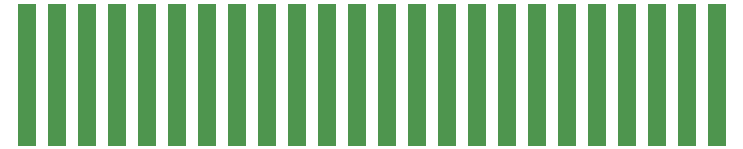
<source format=gtp>
%TF.GenerationSoftware,KiCad,Pcbnew,5.1.10-88a1d61d58~88~ubuntu20.04.1*%
%TF.CreationDate,2021-06-23T17:02:21-05:00*%
%TF.ProjectId,nes-expansion-port,6e65732d-6578-4706-916e-73696f6e2d70,rev?*%
%TF.SameCoordinates,Original*%
%TF.FileFunction,Paste,Top*%
%TF.FilePolarity,Positive*%
%FSLAX46Y46*%
G04 Gerber Fmt 4.6, Leading zero omitted, Abs format (unit mm)*
G04 Created by KiCad (PCBNEW 5.1.10-88a1d61d58~88~ubuntu20.04.1) date 2021-06-23 17:02:21*
%MOMM*%
%LPD*%
G01*
G04 APERTURE LIST*
%ADD10R,1.524000X12.000000*%
G04 APERTURE END LIST*
D10*
X104902000Y-77216000D03*
X107442000Y-77216000D03*
X109982000Y-77216000D03*
X112522000Y-77216000D03*
X115062000Y-77216000D03*
X117602000Y-77216000D03*
X120142000Y-77216000D03*
X122682000Y-77216000D03*
X125222000Y-77216000D03*
X127762000Y-77216000D03*
X130302000Y-77216000D03*
X132842000Y-77216000D03*
X135382000Y-77216000D03*
X137922000Y-77216000D03*
X140462000Y-77216000D03*
X143002000Y-77216000D03*
X145542000Y-77216000D03*
X148082000Y-77216000D03*
X150622000Y-77216000D03*
X153162000Y-77216000D03*
X155702000Y-77216000D03*
X158242000Y-77216000D03*
X160782000Y-77216000D03*
X163322000Y-77216000D03*
M02*

</source>
